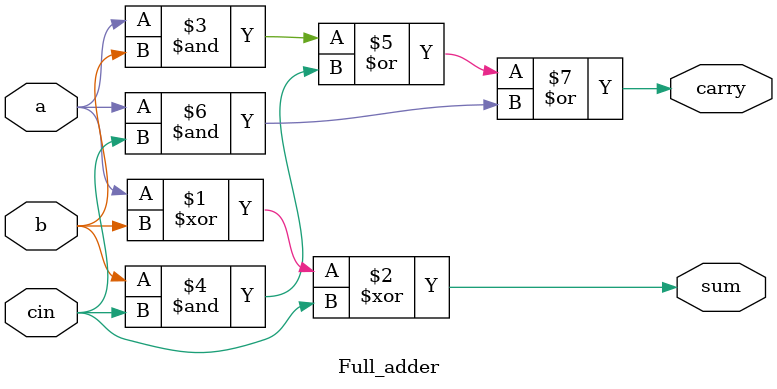
<source format=v>
module Full_adder (
    input  wire a, b, cin,   
    output wire sum, carry   
);

   
    assign sum   = a ^ b ^ cin;                  
    assign carry = (a & b) | (b & cin) | (a & cin); 

endmodule



</source>
